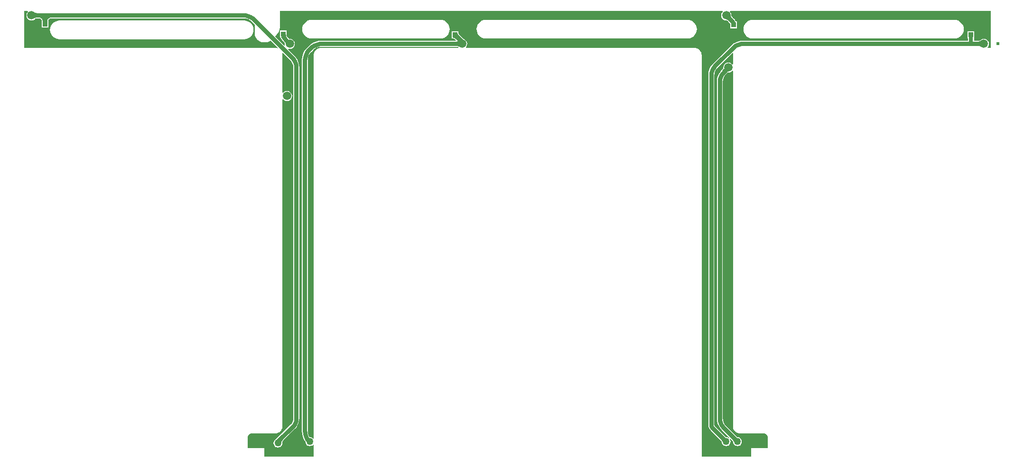
<source format=gtl>
G04*
G04 #@! TF.GenerationSoftware,Altium Limited,Altium Designer,20.1.11 (218)*
G04*
G04 Layer_Physical_Order=1*
G04 Layer_Color=32768*
%FSLAX25Y25*%
%MOIN*%
G70*
G04*
G04 #@! TF.SameCoordinates,67DEA893-D948-4B9D-9317-8289C47B3BC5*
G04*
G04*
G04 #@! TF.FilePolarity,Positive*
G04*
G01*
G75*
%ADD12R,0.03500X0.03800*%
%ADD17C,0.03150*%
%ADD18R,0.03000X0.08000*%
%ADD19C,0.05906*%
%ADD20C,0.02400*%
%ADD21C,0.05000*%
G36*
X-332283Y-1806D02*
X-332151Y-1890D01*
X-331994Y-1964D01*
X-331814Y-2028D01*
X-331610Y-2082D01*
X-331382Y-2126D01*
X-331130Y-2160D01*
X-330554Y-2200D01*
X-330231Y-2205D01*
Y-5354D01*
X-330554Y-5359D01*
X-331130Y-5399D01*
X-331382Y-5433D01*
X-331610Y-5477D01*
X-331814Y-5531D01*
X-331994Y-5596D01*
X-332151Y-5669D01*
X-332283Y-5753D01*
X-332391Y-5847D01*
Y-1713D01*
X-332283Y-1806D01*
D02*
G37*
G36*
X156526Y-3952D02*
X156561Y-4105D01*
X156619Y-4267D01*
X156701Y-4440D01*
X156807Y-4623D01*
X156937Y-4815D01*
X157091Y-5018D01*
X157470Y-5452D01*
X157695Y-5685D01*
X155468Y-7912D01*
X155236Y-7687D01*
X154801Y-7307D01*
X154599Y-7154D01*
X154406Y-7024D01*
X154223Y-6918D01*
X154051Y-6835D01*
X153888Y-6777D01*
X153735Y-6743D01*
X153593Y-6732D01*
X156516Y-3809D01*
X156526Y-3952D01*
D02*
G37*
G36*
X-320276Y-5354D02*
X-320874Y-5386D01*
X-321409Y-5480D01*
X-321882Y-5638D01*
X-322291Y-5858D01*
X-322638Y-6142D01*
X-322921Y-6488D01*
X-323142Y-6898D01*
X-323299Y-7370D01*
X-323300Y-7376D01*
X-323262Y-8112D01*
X-323405D01*
X-323425Y-8504D01*
X-326575D01*
X-326595Y-8112D01*
X-326738D01*
X-326707Y-8081D01*
X-326679Y-7986D01*
X-326655Y-7829D01*
X-326642Y-7701D01*
X-326701Y-7370D01*
X-326858Y-6898D01*
X-327079Y-6488D01*
X-327362Y-6142D01*
X-327709Y-5858D01*
X-328118Y-5638D01*
X-328591Y-5480D01*
X-329126Y-5386D01*
X-329724Y-5354D01*
X-325000Y-2205D01*
X-320276Y-5354D01*
D02*
G37*
G36*
X339500Y-26783D02*
X337193D01*
X337089Y-26478D01*
X337055Y-26283D01*
X337602Y-25570D01*
X337960Y-24707D01*
X338082Y-23779D01*
X337960Y-22852D01*
X337602Y-21989D01*
X337033Y-21247D01*
X336291Y-20678D01*
X335427Y-20320D01*
X334500Y-20198D01*
X333573Y-20320D01*
X332709Y-20678D01*
X331967Y-21247D01*
X331810Y-21452D01*
X331788Y-21463D01*
X331654Y-21510D01*
X331489Y-21554D01*
X331294Y-21592D01*
X331075Y-21622D01*
X330532Y-21659D01*
X330222Y-21664D01*
X330221Y-21664D01*
X327541D01*
Y-19998D01*
X327848D01*
Y-15002D01*
X323152D01*
Y-19998D01*
X323459D01*
Y-21664D01*
X164979D01*
X164927Y-21674D01*
X163229Y-21808D01*
X161523Y-22218D01*
X159902Y-22889D01*
X158406Y-23806D01*
X157118Y-24906D01*
X157071Y-24937D01*
X157070Y-24940D01*
X157067Y-24941D01*
X144333Y-37676D01*
X144312Y-37707D01*
X143136Y-39083D01*
X142172Y-40657D01*
X141465Y-42364D01*
X141034Y-44159D01*
X140892Y-45964D01*
X140884Y-46000D01*
X140884Y-291500D01*
X140876D01*
X141072Y-292987D01*
X141646Y-294373D01*
X142559Y-295563D01*
X142565Y-295556D01*
X142565Y-295556D01*
X149562Y-302554D01*
X149562Y-302555D01*
X150088Y-303102D01*
X150321Y-303372D01*
X150388Y-303459D01*
X150383Y-303500D01*
X150489Y-304307D01*
X150800Y-305059D01*
X151296Y-305704D01*
X151941Y-306200D01*
X152693Y-306511D01*
X153500Y-306617D01*
X154307Y-306511D01*
X155059Y-306200D01*
X155704Y-305704D01*
X156200Y-305059D01*
X156511Y-304307D01*
X156617Y-303500D01*
X156511Y-302693D01*
X156200Y-301941D01*
X156058Y-301757D01*
X156435Y-301426D01*
X157485Y-302476D01*
X157485Y-302477D01*
X157486Y-302477D01*
X157487Y-302479D01*
X157488Y-302480D01*
X158011Y-303027D01*
X158241Y-303297D01*
X158314Y-303393D01*
X158300Y-303500D01*
X158406Y-304307D01*
X158718Y-305059D01*
X159213Y-305704D01*
X159859Y-306200D01*
X160610Y-306511D01*
X161417Y-306617D01*
X162224Y-306511D01*
X162976Y-306200D01*
X163621Y-305704D01*
X164117Y-305059D01*
X164428Y-304307D01*
X164534Y-303500D01*
X164428Y-302693D01*
X164117Y-301941D01*
X163621Y-301296D01*
X162976Y-300800D01*
X162224Y-300489D01*
X161476Y-300391D01*
X160744Y-299749D01*
X160554Y-299561D01*
X160552Y-299561D01*
X153425Y-292433D01*
X153343Y-292378D01*
X152420Y-291254D01*
X151689Y-289886D01*
X151239Y-288402D01*
X151096Y-286954D01*
X151116Y-286858D01*
Y-50642D01*
X151096Y-50546D01*
X151239Y-49098D01*
X151689Y-47614D01*
X152420Y-46246D01*
X153343Y-45122D01*
X153425Y-45067D01*
X153475Y-45017D01*
X153476Y-45016D01*
X153926Y-44569D01*
X154503Y-44016D01*
X155000Y-44082D01*
X155927Y-43960D01*
X156791Y-43602D01*
X157533Y-43033D01*
X157779Y-42712D01*
X158279Y-42882D01*
Y-292913D01*
X158283Y-292933D01*
X158280Y-292953D01*
X158299Y-293336D01*
X158313Y-293394D01*
Y-293453D01*
X158463Y-294205D01*
X158493Y-294278D01*
X158508Y-294356D01*
X158802Y-295064D01*
X158845Y-295129D01*
X158876Y-295203D01*
X159301Y-295840D01*
X159357Y-295896D01*
X159401Y-295961D01*
X159943Y-296504D01*
X160009Y-296548D01*
X160065Y-296603D01*
X160702Y-297029D01*
X160775Y-297060D01*
X160841Y-297104D01*
X161549Y-297397D01*
X161627Y-297412D01*
X161700Y-297443D01*
X162451Y-297592D01*
X162511Y-297592D01*
X162569Y-297607D01*
X162952Y-297626D01*
X162972Y-297623D01*
X162991Y-297627D01*
X179839Y-297627D01*
X180449Y-297748D01*
X181025Y-297986D01*
X181542Y-298332D01*
X181983Y-298773D01*
X182328Y-299290D01*
X182567Y-299866D01*
X182688Y-300476D01*
Y-307860D01*
X171678Y-307885D01*
X171525Y-307916D01*
X171373Y-307946D01*
X171372Y-307947D01*
X171371Y-307947D01*
X171243Y-308033D01*
X171112Y-308120D01*
X171112Y-308121D01*
X171111Y-308122D01*
X171025Y-308251D01*
X170938Y-308381D01*
X170938Y-308382D01*
X170938Y-308382D01*
X170907Y-308537D01*
X170877Y-308688D01*
Y-314158D01*
X136590Y-314183D01*
X136236Y-313830D01*
X136209Y-31496D01*
X136205Y-31476D01*
X136208Y-31457D01*
X136190Y-31073D01*
X136175Y-31016D01*
Y-30956D01*
X136026Y-30204D01*
X135995Y-30131D01*
X135980Y-30054D01*
X135687Y-29346D01*
X135643Y-29280D01*
X135612Y-29207D01*
X135187Y-28569D01*
X135131Y-28514D01*
X135087Y-28448D01*
X134545Y-27906D01*
X134479Y-27862D01*
X134423Y-27806D01*
X133786Y-27380D01*
X133713Y-27350D01*
X133647Y-27306D01*
X132939Y-27013D01*
X132862Y-26997D01*
X132789Y-26967D01*
X132037Y-26817D01*
X131977Y-26817D01*
X131920Y-26803D01*
X131536Y-26784D01*
X131517Y-26787D01*
X131497Y-26783D01*
X-29307D01*
X-29411Y-26478D01*
X-29445Y-26283D01*
X-28898Y-25570D01*
X-28540Y-24707D01*
X-28418Y-23779D01*
X-28540Y-22852D01*
X-28898Y-21989D01*
X-29467Y-21247D01*
X-30209Y-20678D01*
X-30977Y-20360D01*
X-32977Y-18520D01*
X-33059Y-18435D01*
X-33749Y-17637D01*
X-34017Y-17277D01*
X-34243Y-16935D01*
X-34424Y-16616D01*
X-34559Y-16323D01*
X-34651Y-16058D01*
X-34652Y-16056D01*
Y-15002D01*
X-39348D01*
Y-19998D01*
X-38295D01*
X-38292Y-19999D01*
X-38027Y-20091D01*
X-37734Y-20226D01*
X-37415Y-20407D01*
X-37073Y-20633D01*
X-36713Y-20901D01*
X-36409Y-21164D01*
X-36595Y-21664D01*
X-131137D01*
X-131165Y-21670D01*
X-133032Y-21816D01*
X-134880Y-22260D01*
X-136636Y-22987D01*
X-138257Y-23981D01*
X-139681Y-25197D01*
X-139704Y-25213D01*
X-141067Y-26575D01*
X-141083Y-26599D01*
X-142299Y-28023D01*
X-143292Y-29643D01*
X-144019Y-31399D01*
X-144463Y-33247D01*
X-144610Y-35115D01*
X-144615Y-35142D01*
X-144615Y-292000D01*
Y-296158D01*
X-144610Y-296186D01*
X-144463Y-298053D01*
X-144019Y-299901D01*
X-143292Y-301657D01*
X-142837Y-302399D01*
X-142814Y-302515D01*
X-142108Y-303569D01*
X-142011Y-304307D01*
X-141700Y-305059D01*
X-141204Y-305704D01*
X-140559Y-306200D01*
X-139807Y-306511D01*
X-139000Y-306617D01*
X-138193Y-306511D01*
X-137441Y-306200D01*
X-136796Y-305704D01*
X-136709Y-305592D01*
X-136209Y-305761D01*
Y-314158D01*
X-170854Y-314184D01*
X-170877Y-308685D01*
X-170908Y-308533D01*
X-170938Y-308381D01*
X-170939Y-308379D01*
X-170940Y-308378D01*
X-171027Y-308248D01*
X-171112Y-308120D01*
X-171114Y-308119D01*
X-171115Y-308118D01*
X-171245Y-308032D01*
X-171373Y-307946D01*
X-171374Y-307946D01*
X-171376Y-307945D01*
X-171529Y-307915D01*
X-171680Y-307885D01*
X-182665D01*
X-182688Y-300785D01*
Y-300476D01*
X-182567Y-299865D01*
X-182329Y-299290D01*
X-181983Y-298773D01*
X-181542Y-298332D01*
X-181025Y-297986D01*
X-180449Y-297748D01*
X-179839Y-297627D01*
X-162992D01*
X-162972Y-297623D01*
X-162953Y-297626D01*
X-162569Y-297607D01*
X-162511Y-297592D01*
X-162451Y-297592D01*
X-161700Y-297443D01*
X-161627Y-297412D01*
X-161549Y-297397D01*
X-160841Y-297104D01*
X-160775Y-297060D01*
X-160702Y-297029D01*
X-160065Y-296603D01*
X-160009Y-296548D01*
X-159943Y-296504D01*
X-159401Y-295961D01*
X-159358Y-295896D01*
X-159301Y-295840D01*
X-158876Y-295203D01*
X-158845Y-295129D01*
X-158802Y-295064D01*
X-158508Y-294356D01*
X-158493Y-294278D01*
X-158463Y-294205D01*
X-158313Y-293453D01*
Y-293394D01*
X-158299Y-293336D01*
X-158280Y-292953D01*
X-158283Y-292933D01*
X-158279Y-292913D01*
Y-62882D01*
X-157779Y-62712D01*
X-157533Y-63033D01*
X-156791Y-63602D01*
X-155927Y-63960D01*
X-155000Y-64082D01*
X-154073Y-63960D01*
X-153209Y-63602D01*
X-152467Y-63033D01*
X-151898Y-62291D01*
X-151540Y-61427D01*
X-151418Y-60500D01*
X-151540Y-59573D01*
X-151898Y-58709D01*
X-152467Y-57967D01*
X-153209Y-57398D01*
X-154073Y-57040D01*
X-155000Y-56918D01*
X-155927Y-57040D01*
X-156791Y-57398D01*
X-157533Y-57967D01*
X-157779Y-58288D01*
X-158279Y-58118D01*
Y-31496D01*
X-158283Y-31476D01*
X-158280Y-31457D01*
X-158299Y-31073D01*
X-158313Y-31016D01*
Y-30956D01*
X-158455Y-30244D01*
X-158421Y-30201D01*
X-157930Y-30062D01*
X-152925Y-35067D01*
X-152843Y-35122D01*
X-151920Y-36246D01*
X-151189Y-37614D01*
X-150739Y-39098D01*
X-150596Y-40545D01*
X-150616Y-40642D01*
Y-287000D01*
X-150601Y-287071D01*
X-150716Y-288240D01*
X-151078Y-289432D01*
X-151665Y-290531D01*
X-152410Y-291439D01*
X-152471Y-291479D01*
X-162662Y-301670D01*
X-162976Y-301800D01*
X-163621Y-302296D01*
X-164117Y-302941D01*
X-164428Y-303693D01*
X-164534Y-304500D01*
X-164428Y-305307D01*
X-164117Y-306059D01*
X-163621Y-306704D01*
X-162976Y-307200D01*
X-162224Y-307511D01*
X-161417Y-307617D01*
X-160610Y-307511D01*
X-159859Y-307200D01*
X-159213Y-306704D01*
X-158718Y-306059D01*
X-158406Y-305307D01*
X-158300Y-304500D01*
X-158406Y-303693D01*
X-158458Y-303570D01*
X-158418Y-303507D01*
X-158338Y-303397D01*
X-157911Y-302908D01*
X-157725Y-302717D01*
X-157724Y-302716D01*
X-149479Y-294471D01*
X-149479Y-294471D01*
Y-294471D01*
X-149441Y-294413D01*
X-148409Y-293205D01*
X-147543Y-291793D01*
X-146909Y-290262D01*
X-146523Y-288651D01*
X-146398Y-287068D01*
X-146385Y-287000D01*
Y-40642D01*
X-146390Y-40615D01*
X-146537Y-38747D01*
X-146981Y-36899D01*
X-147708Y-35143D01*
X-148701Y-33523D01*
X-149917Y-32099D01*
X-149933Y-32075D01*
X-154396Y-27612D01*
X-154113Y-27189D01*
X-153990Y-27239D01*
X-153063Y-27361D01*
X-152136Y-27239D01*
X-151272Y-26882D01*
X-150530Y-26312D01*
X-149961Y-25570D01*
X-149603Y-24707D01*
X-149481Y-23779D01*
X-149603Y-22852D01*
X-149961Y-21989D01*
X-150530Y-21247D01*
X-151272Y-20678D01*
X-152136Y-20320D01*
X-153063Y-20198D01*
X-153585Y-20266D01*
X-154418Y-19432D01*
X-154613Y-19150D01*
X-154630Y-19139D01*
X-154635Y-19121D01*
X-154741Y-18987D01*
X-154755Y-18979D01*
X-154761Y-18964D01*
X-154864Y-18848D01*
X-154882Y-18839D01*
X-154890Y-18821D01*
X-154990Y-18723D01*
X-154998Y-18720D01*
X-155011Y-18704D01*
X-155215Y-18212D01*
Y-14502D01*
X-159911D01*
Y-19498D01*
X-159538D01*
X-158554Y-20926D01*
X-158391Y-21230D01*
X-158098Y-21588D01*
X-157850Y-21948D01*
X-157844Y-21951D01*
X-157842Y-21958D01*
X-157745Y-22018D01*
X-157469Y-22354D01*
X-157447Y-22387D01*
X-156576Y-23258D01*
X-156645Y-23779D01*
X-156523Y-24707D01*
X-156472Y-24829D01*
X-156896Y-25113D01*
X-163419Y-18589D01*
X-162144Y-17313D01*
X-161049Y-15675D01*
X-160296Y-13856D01*
X-159911Y-11924D01*
Y-10939D01*
Y-776D01*
X150871D01*
X150974Y-1081D01*
X151008Y-1276D01*
X150461Y-1989D01*
X150103Y-2853D01*
X149981Y-3779D01*
X150103Y-4707D01*
X150461Y-5570D01*
X151030Y-6312D01*
X151772Y-6882D01*
X152636Y-7239D01*
X153563Y-7361D01*
X153820Y-7327D01*
X153843Y-7336D01*
X153971Y-7397D01*
X154118Y-7482D01*
X154283Y-7594D01*
X154459Y-7727D01*
X154869Y-8085D01*
X155092Y-8301D01*
X155093Y-8301D01*
X155505Y-8714D01*
X155851Y-9059D01*
X156140Y-9439D01*
X156215Y-9550D01*
Y-12998D01*
X160911D01*
Y-8002D01*
X160136D01*
X159613Y-7023D01*
X158902Y-6156D01*
X158842Y-6067D01*
X158084Y-5309D01*
X158084Y-5308D01*
X157869Y-5086D01*
X157511Y-4676D01*
X157377Y-4500D01*
X157266Y-4335D01*
X157180Y-4187D01*
X157119Y-4059D01*
X157111Y-4036D01*
X157145Y-3779D01*
X157023Y-2853D01*
X156665Y-1989D01*
X156118Y-1276D01*
X156152Y-1081D01*
X156255Y-776D01*
X339500D01*
Y-26783D01*
D02*
G37*
G36*
X-155740Y-18897D02*
X-155651Y-18924D01*
X-155560Y-18968D01*
X-155465Y-19030D01*
X-155368Y-19110D01*
X-155268Y-19208D01*
X-155165Y-19324D01*
X-155059Y-19457D01*
X-154838Y-19778D01*
X-157404Y-21641D01*
X-159301Y-18888D01*
X-155825D01*
X-155740Y-18897D01*
D02*
G37*
G36*
X332391Y-25846D02*
X332283Y-25753D01*
X332151Y-25669D01*
X331994Y-25596D01*
X331814Y-25532D01*
X331610Y-25477D01*
X331382Y-25433D01*
X331130Y-25399D01*
X330554Y-25359D01*
X330231Y-25354D01*
Y-22205D01*
X330554Y-22200D01*
X331130Y-22160D01*
X331382Y-22126D01*
X331610Y-22082D01*
X331814Y-22028D01*
X331994Y-21964D01*
X332151Y-21890D01*
X332283Y-21806D01*
X332391Y-21713D01*
Y-25846D01*
D02*
G37*
G36*
X-35240Y-15900D02*
X-35173Y-16205D01*
X-35062Y-16526D01*
X-34906Y-16864D01*
X-34705Y-17218D01*
X-34460Y-17589D01*
X-34171Y-17976D01*
X-33458Y-18801D01*
X-33355Y-18907D01*
X-31123Y-20960D01*
X-34109Y-22491D01*
Y-25846D01*
X-34217Y-25753D01*
X-34350Y-25669D01*
X-34506Y-25596D01*
X-34686Y-25532D01*
X-34890Y-25477D01*
X-35118Y-25433D01*
X-35370Y-25399D01*
X-35946Y-25359D01*
X-36269Y-25354D01*
Y-22205D01*
X-35946Y-22200D01*
X-35370Y-22160D01*
X-35118Y-22126D01*
X-34903Y-22084D01*
X-34926Y-22031D01*
X-35036Y-21838D01*
X-35175Y-21635D01*
X-35341Y-21423D01*
X-35511Y-21229D01*
X-35549Y-21192D01*
X-36374Y-20479D01*
X-36761Y-20190D01*
X-37132Y-19945D01*
X-37486Y-19744D01*
X-37824Y-19588D01*
X-38145Y-19477D01*
X-38450Y-19410D01*
X-38738Y-19388D01*
X-35262Y-15612D01*
X-35240Y-15900D01*
D02*
G37*
G36*
X-131137Y-25895D02*
X-36279D01*
X-36278Y-25896D01*
X-35968Y-25900D01*
X-35425Y-25937D01*
X-35206Y-25967D01*
X-35011Y-26005D01*
X-34846Y-26049D01*
X-34712Y-26096D01*
X-34690Y-26107D01*
X-34555Y-26283D01*
X-34589Y-26478D01*
X-34692Y-26783D01*
X-131496D01*
X-131516Y-26787D01*
X-131535Y-26784D01*
X-131920Y-26803D01*
X-131977Y-26817D01*
X-132037Y-26817D01*
X-132789Y-26967D01*
X-132862Y-26997D01*
X-132939Y-27013D01*
X-133647Y-27306D01*
X-133713Y-27350D01*
X-133786Y-27380D01*
X-134423Y-27806D01*
X-134479Y-27862D01*
X-134545Y-27906D01*
X-135087Y-28448D01*
X-135131Y-28514D01*
X-135187Y-28569D01*
X-135612Y-29207D01*
X-135643Y-29280D01*
X-135687Y-29346D01*
X-135980Y-30054D01*
X-135995Y-30131D01*
X-136026Y-30204D01*
X-136175Y-30956D01*
Y-31016D01*
X-136190Y-31073D01*
X-136208Y-31457D01*
X-136205Y-31476D01*
X-136209Y-31496D01*
Y-301239D01*
X-136709Y-301408D01*
X-136796Y-301296D01*
X-137441Y-300800D01*
X-138193Y-300489D01*
X-139000Y-300383D01*
X-139095Y-300395D01*
X-139149Y-300338D01*
X-139231Y-300232D01*
X-139320Y-300100D01*
X-139379Y-299995D01*
X-139613Y-299557D01*
X-139643Y-299496D01*
X-139648Y-299492D01*
X-139811Y-299187D01*
X-140261Y-297702D01*
X-140404Y-296255D01*
X-140385Y-296158D01*
Y-292000D01*
X-140384Y-35142D01*
X-140404Y-35045D01*
X-140261Y-33598D01*
X-139811Y-32114D01*
X-139080Y-30746D01*
X-138157Y-29622D01*
X-138075Y-29567D01*
X-136713Y-28204D01*
X-136658Y-28122D01*
X-135534Y-27200D01*
X-134166Y-26469D01*
X-132681Y-26018D01*
X-131234Y-25876D01*
X-131137Y-25895D01*
D02*
G37*
G36*
X-337089Y-1081D02*
X-337055Y-1276D01*
X-337602Y-1989D01*
X-337960Y-2853D01*
X-338082Y-3779D01*
X-337960Y-4707D01*
X-337602Y-5570D01*
X-337033Y-6312D01*
X-336291Y-6882D01*
X-335427Y-7239D01*
X-334500Y-7361D01*
X-333573Y-7239D01*
X-332709Y-6882D01*
X-331967Y-6312D01*
X-331810Y-6107D01*
X-331788Y-6096D01*
X-331654Y-6049D01*
X-331489Y-6005D01*
X-331294Y-5967D01*
X-331075Y-5937D01*
X-330532Y-5900D01*
X-330222Y-5895D01*
X-330221Y-5895D01*
X-329749D01*
X-329187Y-5925D01*
X-328724Y-6006D01*
X-328333Y-6137D01*
X-328011Y-6310D01*
X-327747Y-6526D01*
X-327531Y-6791D01*
X-327404Y-7025D01*
X-327348Y-7502D01*
X-327348Y-7502D01*
Y-12498D01*
X-322652D01*
Y-7502D01*
X-322652Y-7502D01*
X-322596Y-7025D01*
X-322469Y-6791D01*
X-322253Y-6526D01*
X-321989Y-6310D01*
X-321667Y-6137D01*
X-321276Y-6006D01*
X-320813Y-5925D01*
X-320251Y-5895D01*
X-185363D01*
X-185266Y-5876D01*
X-183819Y-6018D01*
X-182334Y-6469D01*
X-180966Y-7200D01*
X-179842Y-8122D01*
X-179787Y-8204D01*
X-177500Y-10492D01*
Y-17561D01*
X-177303Y-18550D01*
X-176917Y-19482D01*
X-176357Y-20321D01*
X-176000Y-20678D01*
X-176000Y-20678D01*
Y-20678D01*
X-175646Y-21031D01*
X-175348Y-21330D01*
X-174231Y-22076D01*
X-172989Y-22590D01*
X-171672Y-22852D01*
X-170211D01*
X-168664Y-22545D01*
X-167207Y-21941D01*
X-166514Y-21478D01*
X-161562Y-26430D01*
X-161697Y-26925D01*
X-161740Y-26959D01*
X-162451Y-26817D01*
X-162511Y-26817D01*
X-162569Y-26803D01*
X-162952Y-26784D01*
X-162972Y-26787D01*
X-162991Y-26783D01*
X-339500D01*
X-339500Y-776D01*
X-337193D01*
X-337089Y-1081D01*
D02*
G37*
G36*
X158421Y-30201D02*
X158455Y-30244D01*
X158313Y-30956D01*
Y-31016D01*
X158299Y-31073D01*
X158280Y-31457D01*
X158283Y-31476D01*
X158279Y-31496D01*
Y-38118D01*
X157779Y-38288D01*
X157533Y-37967D01*
X156791Y-37398D01*
X155927Y-37040D01*
X155000Y-36918D01*
X154073Y-37040D01*
X153209Y-37398D01*
X152467Y-37967D01*
X151898Y-38709D01*
X151540Y-39573D01*
X151418Y-40500D01*
X151480Y-40973D01*
X150475Y-42033D01*
X150475Y-42034D01*
X150433Y-42075D01*
X150417Y-42099D01*
X149201Y-43523D01*
X148208Y-45143D01*
X147481Y-46899D01*
X147037Y-48747D01*
X146890Y-50615D01*
X146885Y-50642D01*
Y-286858D01*
X146890Y-286885D01*
X147037Y-288753D01*
X147481Y-290601D01*
X148208Y-292357D01*
X149201Y-293977D01*
X150417Y-295401D01*
X150433Y-295425D01*
X155574Y-300566D01*
X155243Y-300942D01*
X155059Y-300800D01*
X154307Y-300489D01*
X153500Y-300383D01*
X153463Y-300388D01*
X152752Y-299757D01*
X152560Y-299568D01*
X152559Y-299567D01*
X145556Y-292565D01*
X145514Y-292536D01*
X145212Y-292084D01*
X145106Y-291550D01*
X145115Y-291500D01*
X145115Y-46000D01*
X145097Y-45909D01*
X145234Y-44524D01*
X145665Y-43104D01*
X146364Y-41795D01*
X146992Y-41030D01*
X147324Y-40667D01*
X147324D01*
X147672Y-40320D01*
X157929Y-30062D01*
X158421Y-30201D01*
D02*
G37*
G36*
X154402Y-43392D02*
X154379Y-43402D01*
X154332Y-43438D01*
X154261Y-43499D01*
X153548Y-44182D01*
X153095Y-44633D01*
X150867Y-42405D01*
X152108Y-41098D01*
X154402Y-43392D01*
D02*
G37*
G36*
X160375Y-300146D02*
X161241Y-300904D01*
X161327Y-300957D01*
X161397Y-300989D01*
X161451Y-301000D01*
X158919Y-303416D01*
X158910Y-303356D01*
X158880Y-303280D01*
X158829Y-303189D01*
X158756Y-303081D01*
X158663Y-302958D01*
X158413Y-302664D01*
X157879Y-302106D01*
X160173Y-299946D01*
X160375Y-300146D01*
D02*
G37*
G36*
X152382Y-300152D02*
X153150Y-300834D01*
X153255Y-300907D01*
X153345Y-300959D01*
X153418Y-300990D01*
X153475Y-301000D01*
X151000Y-303475D01*
X150990Y-303418D01*
X150959Y-303345D01*
X150907Y-303255D01*
X150834Y-303150D01*
X150740Y-303029D01*
X150488Y-302737D01*
X149953Y-302180D01*
X152180Y-299953D01*
X152382Y-300152D01*
D02*
G37*
G36*
X-140010Y-299976D02*
X-139781Y-300384D01*
X-139670Y-300550D01*
X-139561Y-300689D01*
X-139455Y-300803D01*
X-139351Y-300891D01*
X-139250Y-300953D01*
X-139151Y-300990D01*
X-139054Y-301001D01*
X-141500Y-303504D01*
X-142365Y-302214D01*
X-140129Y-299734D01*
X-140010Y-299976D01*
D02*
G37*
G36*
X-158112Y-302339D02*
X-158309Y-302540D01*
X-158762Y-303059D01*
X-158867Y-303203D01*
X-158948Y-303333D01*
X-159007Y-303449D01*
X-159043Y-303551D01*
X-159056Y-303638D01*
X-159045Y-303711D01*
X-162159Y-302113D01*
X-161390Y-301163D01*
X-158112Y-302339D01*
D02*
G37*
%LPC*%
G36*
X313866Y-6965D02*
X172134D01*
X170859Y-7090D01*
X169633Y-7462D01*
X168503Y-8066D01*
X167513Y-8879D01*
X166700Y-9869D01*
X166096Y-10999D01*
X165724Y-12225D01*
X165598Y-13500D01*
X165724Y-14775D01*
X166096Y-16001D01*
X166700Y-17131D01*
X167513Y-18121D01*
X168503Y-18934D01*
X169633Y-19538D01*
X170859Y-19910D01*
X172134Y-20035D01*
X313866D01*
X315141Y-19910D01*
X316367Y-19538D01*
X317497Y-18934D01*
X318487Y-18121D01*
X319300Y-17131D01*
X319904Y-16001D01*
X320276Y-14775D01*
X320402Y-13500D01*
X320276Y-12225D01*
X319904Y-10999D01*
X319300Y-9869D01*
X318487Y-8879D01*
X317497Y-8066D01*
X316367Y-7462D01*
X315141Y-7090D01*
X313866Y-6965D01*
D02*
G37*
G36*
X126366D02*
X-15366D01*
X-16641Y-7090D01*
X-17867Y-7462D01*
X-18997Y-8066D01*
X-19987Y-8879D01*
X-20800Y-9869D01*
X-21404Y-10999D01*
X-21776Y-12225D01*
X-21902Y-13500D01*
X-21776Y-14775D01*
X-21404Y-16001D01*
X-20800Y-17131D01*
X-19987Y-18121D01*
X-18997Y-18934D01*
X-17867Y-19538D01*
X-16641Y-19910D01*
X-15366Y-20035D01*
X126366D01*
X127641Y-19910D01*
X128867Y-19538D01*
X129997Y-18934D01*
X130987Y-18121D01*
X131800Y-17131D01*
X132404Y-16001D01*
X132776Y-14775D01*
X132902Y-13500D01*
X132776Y-12225D01*
X132404Y-10999D01*
X131800Y-9869D01*
X130987Y-8879D01*
X129997Y-8066D01*
X128867Y-7462D01*
X127641Y-7090D01*
X126366Y-6965D01*
D02*
G37*
G36*
X-47224D02*
X-137776D01*
X-139051Y-7090D01*
X-140277Y-7462D01*
X-141407Y-8066D01*
X-142397Y-8879D01*
X-143210Y-9869D01*
X-143814Y-10999D01*
X-144185Y-12225D01*
X-144311Y-13500D01*
X-144185Y-14775D01*
X-143814Y-16001D01*
X-143210Y-17131D01*
X-142397Y-18121D01*
X-141407Y-18934D01*
X-140277Y-19538D01*
X-139051Y-19910D01*
X-137776Y-20035D01*
X-47224D01*
X-45949Y-19910D01*
X-44723Y-19538D01*
X-43593Y-18934D01*
X-42603Y-18121D01*
X-41790Y-17131D01*
X-41186Y-16001D01*
X-40815Y-14775D01*
X-40689Y-13500D01*
X-40815Y-12225D01*
X-41186Y-10999D01*
X-41790Y-9869D01*
X-42603Y-8879D01*
X-43593Y-8066D01*
X-44723Y-7462D01*
X-45949Y-7090D01*
X-47224Y-6965D01*
D02*
G37*
G36*
X-185039Y-7465D02*
X-314961D01*
X-316236Y-7590D01*
X-317462Y-7962D01*
X-318591Y-8566D01*
X-319582Y-9379D01*
X-320395Y-10369D01*
X-320999Y-11499D01*
X-321371Y-12725D01*
X-321496Y-14000D01*
X-321371Y-15275D01*
X-320999Y-16501D01*
X-320395Y-17631D01*
X-319582Y-18621D01*
X-318591Y-19434D01*
X-317462Y-20038D01*
X-316236Y-20410D01*
X-314961Y-20535D01*
X-185039D01*
X-183764Y-20410D01*
X-182538Y-20038D01*
X-181409Y-19434D01*
X-180418Y-18621D01*
X-179605Y-17631D01*
X-179001Y-16501D01*
X-178630Y-15275D01*
X-178504Y-14000D01*
X-178630Y-12725D01*
X-179001Y-11499D01*
X-179605Y-10369D01*
X-180418Y-9379D01*
X-181409Y-8566D01*
X-182538Y-7962D01*
X-183764Y-7590D01*
X-185039Y-7465D01*
D02*
G37*
%LPD*%
D12*
X-157563Y-17000D02*
D03*
Y-10100D02*
D03*
X-325000Y-10000D02*
D03*
Y-16900D02*
D03*
X-37000Y-17500D02*
D03*
Y-10600D02*
D03*
X325500Y-17500D02*
D03*
Y-10600D02*
D03*
X158563Y-10500D02*
D03*
Y-17400D02*
D03*
D17*
X-142500Y-296158D02*
X-142452Y-297138D01*
X-142308Y-298109D01*
X-142069Y-299061D01*
X-141739Y-299985D01*
X-141319Y-300872D01*
X-140815Y-301714D01*
X-140230Y-302502D01*
X-139571Y-303229D01*
X-139000Y-303500D02*
X-138788Y-304012D01*
X-161500Y-304300D02*
X-161417Y-304500D01*
X-150975Y-292975D02*
X-150344Y-292268D01*
X-149795Y-291495D01*
X-149337Y-290666D01*
X-148974Y-289791D01*
X-148712Y-288880D01*
X-148553Y-287946D01*
X-148500Y-287000D01*
X143000Y-291500D02*
X143123Y-292437D01*
X143485Y-293311D01*
X144061Y-294061D01*
X161359Y-303359D02*
X161359Y-303359D01*
X161417Y-303500D02*
X161359Y-303359D01*
X149000Y-286858D02*
X149048Y-287838D01*
X149192Y-288809D01*
X149431Y-289761D01*
X149761Y-290685D01*
X150181Y-291572D01*
X150685Y-292414D01*
X151270Y-293202D01*
X151929Y-293929D01*
X158563Y-10500D02*
X158422Y-9425D01*
X158007Y-8423D01*
X157346Y-7563D01*
X164979Y-23779D02*
X163964Y-23836D01*
X162961Y-24007D01*
X161984Y-24288D01*
X161045Y-24677D01*
X160155Y-25168D01*
X159326Y-25756D01*
X158567Y-26433D01*
X145828Y-39172D02*
X145192Y-39874D01*
X144627Y-40635D01*
X144140Y-41448D01*
X143735Y-42305D01*
X143416Y-43197D01*
X143185Y-44116D01*
X143046Y-45053D01*
X143000Y-46000D01*
X-32000Y-23779D02*
X-32235Y-22597D01*
X-32905Y-21595D01*
X-131137Y-23779D02*
X-132118Y-23828D01*
X-133088Y-23972D01*
X-134040Y-24210D01*
X-134964Y-24541D01*
X-135851Y-24960D01*
X-136693Y-25465D01*
X-137481Y-26049D01*
X-138208Y-26708D01*
X-139571Y-28071D02*
X-140230Y-28798D01*
X-140815Y-29586D01*
X-141319Y-30428D01*
X-141739Y-31315D01*
X-142069Y-32239D01*
X-142308Y-33191D01*
X-142452Y-34162D01*
X-142500Y-35142D01*
X158567Y-26433D02*
X158563Y-26437D01*
X-148500Y-40642D02*
X-148548Y-39662D01*
X-148692Y-38691D01*
X-148931Y-37739D01*
X-149261Y-36815D01*
X-149681Y-35928D01*
X-150185Y-35086D01*
X-150770Y-34298D01*
X-151429Y-33571D01*
X-178291Y-6708D02*
X-179019Y-6049D01*
X-179807Y-5465D01*
X-180649Y-4960D01*
X-181536Y-4541D01*
X-182460Y-4210D01*
X-183412Y-3972D01*
X-184382Y-3828D01*
X-185363Y-3779D01*
X-157563Y-17000D02*
X-157457Y-18074D01*
X-157144Y-19106D01*
X-156635Y-20057D01*
X-155951Y-20891D01*
X151929Y-43571D02*
X151270Y-44298D01*
X150685Y-45086D01*
X150181Y-45928D01*
X149761Y-46815D01*
X149431Y-47739D01*
X149192Y-48691D01*
X149048Y-49662D01*
X149000Y-50642D01*
X-142500Y-292000D02*
X-142500Y-35142D01*
X-142500Y-296158D02*
Y-292000D01*
X-138788Y-304012D02*
X-138788Y-304012D01*
X-139571Y-303229D02*
X-138788Y-304012D01*
X-148500Y-287000D02*
Y-40642D01*
X-161500Y-304300D02*
Y-303500D01*
X-150975Y-292975D01*
X143000Y-291500D02*
X143000Y-46000D01*
X144061Y-294061D02*
X153500Y-303500D01*
X161359Y-303359D02*
X161359Y-303359D01*
X151929Y-293929D02*
X161359Y-303359D01*
X149000Y-286858D02*
Y-50642D01*
X153563Y-3779D02*
X157346Y-7563D01*
X164979Y-23779D02*
X334500D01*
X145828Y-39172D02*
X158563Y-26437D01*
X-131137Y-23779D02*
X-32000D01*
X-139571Y-28071D02*
X-138208Y-26708D01*
X-37000Y-17500D02*
X-32905Y-21595D01*
X-178291Y-6708D02*
X-151429Y-33571D01*
X-325000Y-3779D02*
X-185363D01*
X-334500D02*
X-325000D01*
Y-10000D02*
Y-3779D01*
X-155951Y-20891D02*
X-153063Y-23779D01*
X151929Y-43571D02*
X155000Y-40500D01*
D18*
X325500Y-20000D02*
D03*
D19*
X-32000Y-23779D02*
D03*
Y-3779D02*
D03*
X-153063Y-23779D02*
D03*
Y-3779D02*
D03*
X334500Y-23779D02*
D03*
Y-3779D02*
D03*
X153563D02*
D03*
Y-23779D02*
D03*
X155000Y-40500D02*
D03*
Y-60500D02*
D03*
X-155000D02*
D03*
Y-40500D02*
D03*
X-334500Y-3779D02*
D03*
Y-23779D02*
D03*
D20*
X244500Y-4335D02*
D03*
X184500Y-4036D02*
D03*
X98000Y-4500D02*
D03*
X77000Y-23806D02*
D03*
X13500Y-23779D02*
D03*
X37000Y-4000D02*
D03*
X-6000D02*
D03*
X-48500Y-3779D02*
D03*
X-94000D02*
D03*
X-211500Y-24500D02*
D03*
X-275500D02*
D03*
X-183819Y-24707D02*
D03*
X-178291Y-21478D02*
D03*
X169291Y-312500D02*
D03*
X146000Y-311000D02*
D03*
X-153500Y-312500D02*
D03*
X333500Y-13500D02*
D03*
X344500Y-23779D02*
D03*
X175500Y-305059D02*
D03*
X179839Y-303359D02*
D03*
X173500Y-300476D02*
D03*
X165500Y-299866D02*
D03*
X144061Y-301296D02*
D03*
X155059Y-287500D02*
D03*
X156665Y-49098D02*
D03*
Y-34500D02*
D03*
X164000Y-3000D02*
D03*
X145828Y-24906D02*
D03*
X143000Y-6965D02*
D03*
X153343Y-14000D02*
D03*
X-32000Y-13500D02*
D03*
X-22000Y-22852D02*
D03*
X-320500Y-20535D02*
D03*
X-152843Y-14000D02*
D03*
X-144019Y-22852D02*
D03*
Y-26708D02*
D03*
X-138208Y-32099D02*
D03*
X-156896Y-50500D02*
D03*
X-137441Y-297592D02*
D03*
X-146385Y-292975D02*
D03*
X-148500Y-297592D02*
D03*
X-153000Y-300785D02*
D03*
X-173000Y-299901D02*
D03*
X-178000Y-301657D02*
D03*
X-175500Y-306200D02*
D03*
X-180000Y-306059D02*
D03*
D21*
X-139000Y-303500D02*
D03*
X-161417Y-304500D02*
D03*
X153500Y-303500D02*
D03*
X161417D02*
D03*
M02*

</source>
